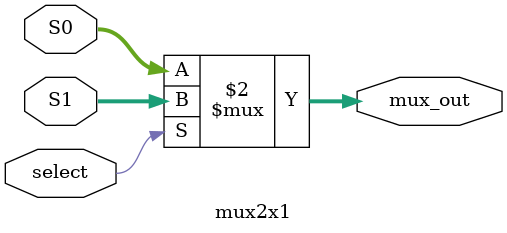
<source format=sv>
module mux2x1 #(parameter int DATA_WIDTH = 32) (
    input logic [DATA_WIDTH-1:0] S0, S1,
    input logic select,
    output logic [DATA_WIDTH-1:0] mux_out
    );
    always_comb begin
        mux_out = (select) ? S1 : S0;
    end
endmodule

</source>
